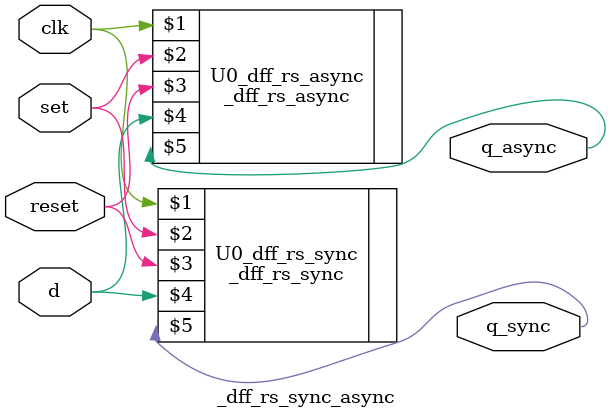
<source format=v>
module _dff_rs_sync_async(clk,set,reset,d,q_sync,q_async); //for compare async,sync

	input clk,set,reset,d;
	output q_sync,q_async;
	
	_dff_rs_sync U0_dff_rs_sync(clk,set,reset,d,q_sync);
	_dff_rs_async U0_dff_rs_async(clk,set,reset,d,q_async);
	//calling module
endmodule
	
</source>
